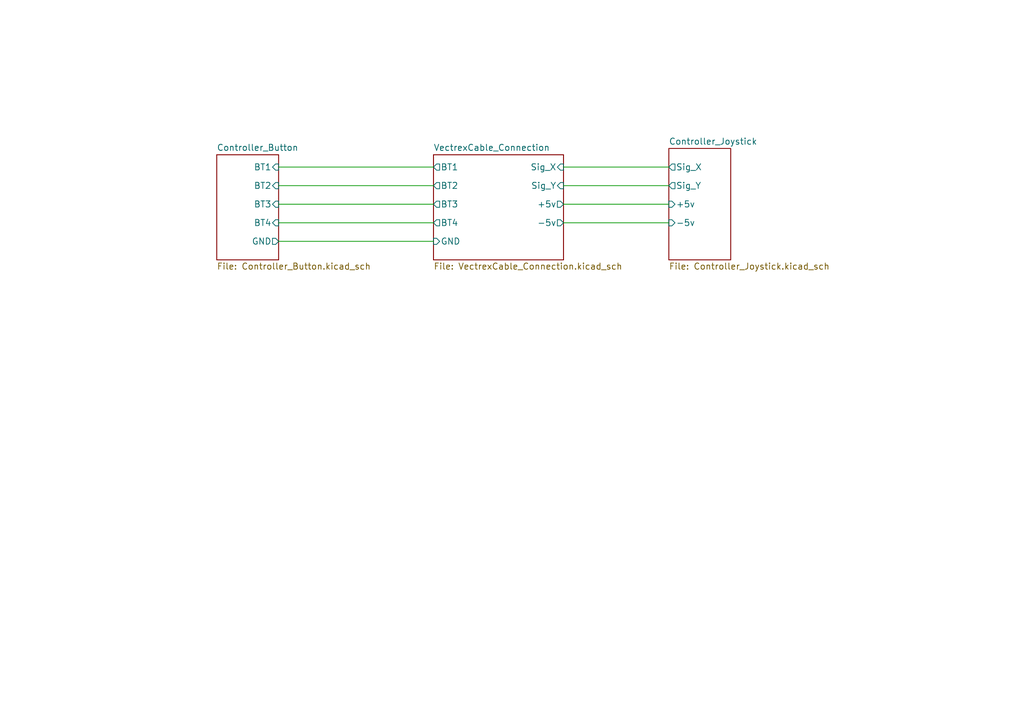
<source format=kicad_sch>
(kicad_sch
	(version 20231120)
	(generator "eeschema")
	(generator_version "8.0")
	(uuid "d2881319-0f30-4860-ae23-e52a6e776501")
	(paper "A5")
	(title_block
		(title "PCB_VectrexController_Root")
		(date "2024-08-30")
		(rev "v1")
		(comment 1 "Author : Francis O. Houle")
	)
	(lib_symbols)
	(wire
		(pts
			(xy 57.15 38.1) (xy 88.9 38.1)
		)
		(stroke
			(width 0)
			(type default)
		)
		(uuid "0a689b6d-5a37-4e57-a643-eeec4e91d3bc")
	)
	(wire
		(pts
			(xy 115.57 41.91) (xy 137.16 41.91)
		)
		(stroke
			(width 0)
			(type default)
		)
		(uuid "3bfc4bd5-3b5b-408a-8398-acb9d808e34f")
	)
	(wire
		(pts
			(xy 57.15 41.91) (xy 88.9 41.91)
		)
		(stroke
			(width 0)
			(type default)
		)
		(uuid "3ef0afc8-baeb-4b1c-a43e-84f50bfb9e1b")
	)
	(wire
		(pts
			(xy 88.9 49.53) (xy 57.15 49.53)
		)
		(stroke
			(width 0)
			(type default)
		)
		(uuid "4342b8e5-f9cb-4ffc-8915-1a787430a34d")
	)
	(wire
		(pts
			(xy 57.15 34.29) (xy 88.9 34.29)
		)
		(stroke
			(width 0)
			(type default)
		)
		(uuid "55cfe1cc-7edc-4cc4-91ae-e1e74da2d712")
	)
	(wire
		(pts
			(xy 137.16 45.72) (xy 115.57 45.72)
		)
		(stroke
			(width 0)
			(type default)
		)
		(uuid "8ee601e6-b424-49bb-8091-80a73ceb3e73")
	)
	(wire
		(pts
			(xy 115.57 38.1) (xy 137.16 38.1)
		)
		(stroke
			(width 0)
			(type default)
		)
		(uuid "ce44c3be-67d9-42ad-9324-55f31bde20c7")
	)
	(wire
		(pts
			(xy 137.16 34.29) (xy 115.57 34.29)
		)
		(stroke
			(width 0)
			(type default)
		)
		(uuid "cef1f1dd-7a76-459a-a735-616adb92ccbb")
	)
	(wire
		(pts
			(xy 88.9 45.72) (xy 57.15 45.72)
		)
		(stroke
			(width 0)
			(type default)
		)
		(uuid "e108b692-d9fc-45bc-886a-a406f55df3b7")
	)
	(sheet
		(at 137.16 30.48)
		(size 12.7 22.86)
		(fields_autoplaced yes)
		(stroke
			(width 0.1524)
			(type solid)
		)
		(fill
			(color 0 0 0 0.0000)
		)
		(uuid "06ccedfe-d7ca-41a3-b092-1b8343ad5d09")
		(property "Sheetname" "Controller_Joystick"
			(at 137.16 29.7684 0)
			(effects
				(font
					(size 1.27 1.27)
				)
				(justify left bottom)
			)
		)
		(property "Sheetfile" "Controller_Joystick.kicad_sch"
			(at 137.16 53.9246 0)
			(effects
				(font
					(size 1.27 1.27)
				)
				(justify left top)
			)
		)
		(pin "-5v" input
			(at 137.16 45.72 180)
			(effects
				(font
					(size 1.27 1.27)
				)
				(justify left)
			)
			(uuid "4115de0d-b0fa-46f0-bb7e-11fc0a16815c")
		)
		(pin "+5v" input
			(at 137.16 41.91 180)
			(effects
				(font
					(size 1.27 1.27)
				)
				(justify left)
			)
			(uuid "e7f386f1-e410-40db-b44f-e9850f8ba952")
		)
		(pin "Sig_X" output
			(at 137.16 34.29 180)
			(effects
				(font
					(size 1.27 1.27)
				)
				(justify left)
			)
			(uuid "c9406864-2290-4213-83d5-2c239c1b0f1f")
		)
		(pin "Sig_Y" output
			(at 137.16 38.1 180)
			(effects
				(font
					(size 1.27 1.27)
				)
				(justify left)
			)
			(uuid "3d05210d-e351-49b8-9b0c-18fc784f10ac")
		)
		(instances
			(project "VectexController"
				(path "/d2881319-0f30-4860-ae23-e52a6e776501"
					(page "3")
				)
			)
		)
	)
	(sheet
		(at 88.9 31.75)
		(size 26.67 21.59)
		(fields_autoplaced yes)
		(stroke
			(width 0.1524)
			(type solid)
		)
		(fill
			(color 0 0 0 0.0000)
		)
		(uuid "883d1b64-f2a0-45b4-83bb-36d4db72992b")
		(property "Sheetname" "VectrexCable_Connection"
			(at 88.9 31.0384 0)
			(effects
				(font
					(size 1.27 1.27)
				)
				(justify left bottom)
			)
		)
		(property "Sheetfile" "VectrexCable_Connection.kicad_sch"
			(at 88.9 53.9246 0)
			(effects
				(font
					(size 1.27 1.27)
				)
				(justify left top)
			)
		)
		(pin "Sig_Y" input
			(at 115.57 38.1 0)
			(effects
				(font
					(size 1.27 1.27)
				)
				(justify right)
			)
			(uuid "07efd9ae-17d7-41cc-a5b4-b33f17d95662")
		)
		(pin "+5v" output
			(at 115.57 41.91 0)
			(effects
				(font
					(size 1.27 1.27)
				)
				(justify right)
			)
			(uuid "ea91cd7e-9b2b-489f-980b-55276eb08c1e")
		)
		(pin "BT1" output
			(at 88.9 34.29 180)
			(effects
				(font
					(size 1.27 1.27)
				)
				(justify left)
			)
			(uuid "0f0151d7-3889-474c-a66c-1452230e20d8")
		)
		(pin "BT3" output
			(at 88.9 41.91 180)
			(effects
				(font
					(size 1.27 1.27)
				)
				(justify left)
			)
			(uuid "349d690f-ce74-4eb6-9b5d-759909b03d73")
		)
		(pin "BT2" output
			(at 88.9 38.1 180)
			(effects
				(font
					(size 1.27 1.27)
				)
				(justify left)
			)
			(uuid "c1b39cea-4736-4032-abf0-3e4f32ec0bf3")
		)
		(pin "Sig_X" input
			(at 115.57 34.29 0)
			(effects
				(font
					(size 1.27 1.27)
				)
				(justify right)
			)
			(uuid "5c59176f-5119-4a04-a25d-f68105708e38")
		)
		(pin "BT4" output
			(at 88.9 45.72 180)
			(effects
				(font
					(size 1.27 1.27)
				)
				(justify left)
			)
			(uuid "d75b31d1-b2b2-4fd0-b960-4db9c20cdb99")
		)
		(pin "GND" input
			(at 88.9 49.53 180)
			(effects
				(font
					(size 1.27 1.27)
				)
				(justify left)
			)
			(uuid "ec822f8d-1c3e-471a-beea-cd757b4975be")
		)
		(pin "-5v" output
			(at 115.57 45.72 0)
			(effects
				(font
					(size 1.27 1.27)
				)
				(justify right)
			)
			(uuid "c483d975-dded-43f7-929c-4ca3fb8eca15")
		)
		(instances
			(project "VectexController"
				(path "/d2881319-0f30-4860-ae23-e52a6e776501"
					(page "4")
				)
			)
		)
	)
	(sheet
		(at 44.45 31.75)
		(size 12.7 21.59)
		(fields_autoplaced yes)
		(stroke
			(width 0.1524)
			(type solid)
		)
		(fill
			(color 0 0 0 0.0000)
		)
		(uuid "90868948-f15c-475d-8efc-df853746cf2e")
		(property "Sheetname" "Controller_Button"
			(at 44.45 31.0384 0)
			(effects
				(font
					(size 1.27 1.27)
				)
				(justify left bottom)
			)
		)
		(property "Sheetfile" "Controller_Button.kicad_sch"
			(at 44.45 53.9246 0)
			(effects
				(font
					(size 1.27 1.27)
				)
				(justify left top)
			)
		)
		(pin "BT4" input
			(at 57.15 45.72 0)
			(effects
				(font
					(size 1.27 1.27)
				)
				(justify right)
			)
			(uuid "56f90405-84b2-47af-8ebf-e9fa65d26513")
		)
		(pin "BT2" input
			(at 57.15 38.1 0)
			(effects
				(font
					(size 1.27 1.27)
				)
				(justify right)
			)
			(uuid "351b7810-3fce-4737-8ece-e0c12a456497")
		)
		(pin "BT3" input
			(at 57.15 41.91 0)
			(effects
				(font
					(size 1.27 1.27)
				)
				(justify right)
			)
			(uuid "e7e1be27-3f85-4fd4-8746-c024d1a3489c")
		)
		(pin "BT1" input
			(at 57.15 34.29 0)
			(effects
				(font
					(size 1.27 1.27)
				)
				(justify right)
			)
			(uuid "937cb30c-227f-4a4c-9de3-ea9e5710053b")
		)
		(pin "GND" output
			(at 57.15 49.53 0)
			(effects
				(font
					(size 1.27 1.27)
				)
				(justify right)
			)
			(uuid "5835249f-c985-42d3-b5d0-2b4cd032283a")
		)
		(instances
			(project "VectexController"
				(path "/d2881319-0f30-4860-ae23-e52a6e776501"
					(page "2")
				)
			)
		)
	)
	(sheet_instances
		(path "/"
			(page "1")
		)
	)
)

</source>
